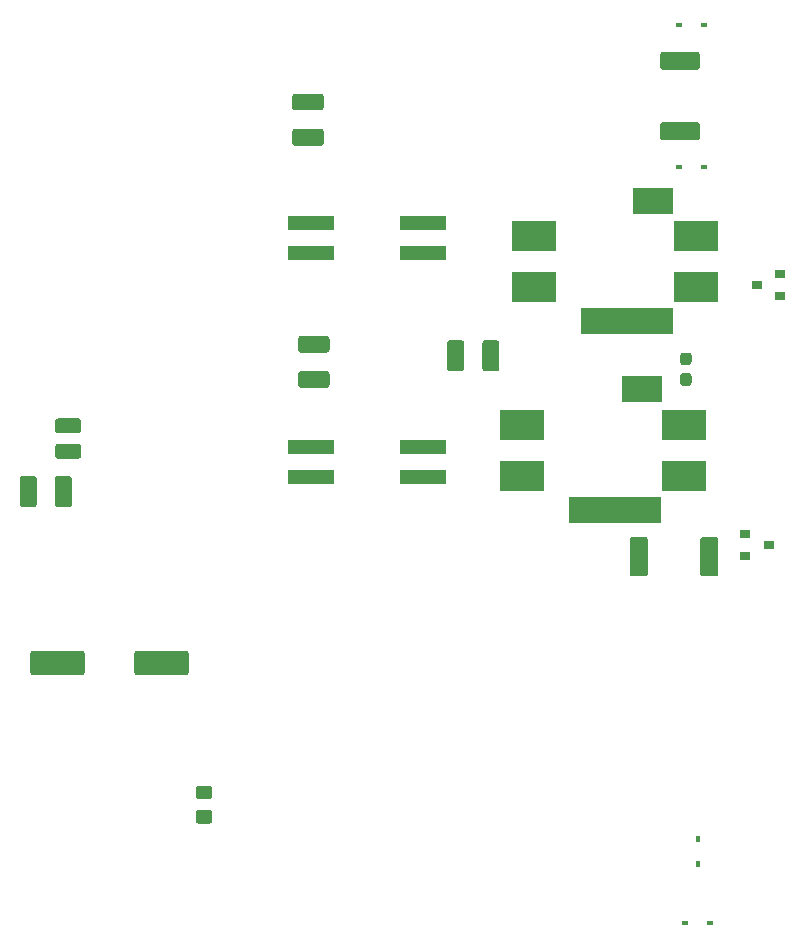
<source format=gtp>
G04 #@! TF.GenerationSoftware,KiCad,Pcbnew,(5.1.5-0)*
G04 #@! TF.CreationDate,2021-01-10T16:54:22-07:00*
G04 #@! TF.ProjectId,power_cui,706f7765-725f-4637-9569-2e6b69636164,rev?*
G04 #@! TF.SameCoordinates,Original*
G04 #@! TF.FileFunction,Paste,Top*
G04 #@! TF.FilePolarity,Positive*
%FSLAX46Y46*%
G04 Gerber Fmt 4.6, Leading zero omitted, Abs format (unit mm)*
G04 Created by KiCad (PCBNEW (5.1.5-0)) date 2021-01-10 16:54:22*
%MOMM*%
%LPD*%
G04 APERTURE LIST*
%ADD10C,0.100000*%
%ADD11R,0.900000X0.800000*%
%ADD12R,0.600000X0.450000*%
%ADD13R,0.450000X0.600000*%
%ADD14R,3.400000X2.300000*%
%ADD15R,7.900000X2.300000*%
%ADD16R,3.800000X2.500000*%
%ADD17R,4.000000X1.200000*%
G04 APERTURE END LIST*
D10*
G36*
X129974504Y-88676204D02*
G01*
X129998773Y-88679804D01*
X130022571Y-88685765D01*
X130045671Y-88694030D01*
X130067849Y-88704520D01*
X130088893Y-88717133D01*
X130108598Y-88731747D01*
X130126777Y-88748223D01*
X130143253Y-88766402D01*
X130157867Y-88786107D01*
X130170480Y-88807151D01*
X130180970Y-88829329D01*
X130189235Y-88852429D01*
X130195196Y-88876227D01*
X130198796Y-88900496D01*
X130200000Y-88925000D01*
X130200000Y-91075000D01*
X130198796Y-91099504D01*
X130195196Y-91123773D01*
X130189235Y-91147571D01*
X130180970Y-91170671D01*
X130170480Y-91192849D01*
X130157867Y-91213893D01*
X130143253Y-91233598D01*
X130126777Y-91251777D01*
X130108598Y-91268253D01*
X130088893Y-91282867D01*
X130067849Y-91295480D01*
X130045671Y-91305970D01*
X130022571Y-91314235D01*
X129998773Y-91320196D01*
X129974504Y-91323796D01*
X129950000Y-91325000D01*
X129025000Y-91325000D01*
X129000496Y-91323796D01*
X128976227Y-91320196D01*
X128952429Y-91314235D01*
X128929329Y-91305970D01*
X128907151Y-91295480D01*
X128886107Y-91282867D01*
X128866402Y-91268253D01*
X128848223Y-91251777D01*
X128831747Y-91233598D01*
X128817133Y-91213893D01*
X128804520Y-91192849D01*
X128794030Y-91170671D01*
X128785765Y-91147571D01*
X128779804Y-91123773D01*
X128776204Y-91099504D01*
X128775000Y-91075000D01*
X128775000Y-88925000D01*
X128776204Y-88900496D01*
X128779804Y-88876227D01*
X128785765Y-88852429D01*
X128794030Y-88829329D01*
X128804520Y-88807151D01*
X128817133Y-88786107D01*
X128831747Y-88766402D01*
X128848223Y-88748223D01*
X128866402Y-88731747D01*
X128886107Y-88717133D01*
X128907151Y-88704520D01*
X128929329Y-88694030D01*
X128952429Y-88685765D01*
X128976227Y-88679804D01*
X129000496Y-88676204D01*
X129025000Y-88675000D01*
X129950000Y-88675000D01*
X129974504Y-88676204D01*
G37*
G36*
X126999504Y-88676204D02*
G01*
X127023773Y-88679804D01*
X127047571Y-88685765D01*
X127070671Y-88694030D01*
X127092849Y-88704520D01*
X127113893Y-88717133D01*
X127133598Y-88731747D01*
X127151777Y-88748223D01*
X127168253Y-88766402D01*
X127182867Y-88786107D01*
X127195480Y-88807151D01*
X127205970Y-88829329D01*
X127214235Y-88852429D01*
X127220196Y-88876227D01*
X127223796Y-88900496D01*
X127225000Y-88925000D01*
X127225000Y-91075000D01*
X127223796Y-91099504D01*
X127220196Y-91123773D01*
X127214235Y-91147571D01*
X127205970Y-91170671D01*
X127195480Y-91192849D01*
X127182867Y-91213893D01*
X127168253Y-91233598D01*
X127151777Y-91251777D01*
X127133598Y-91268253D01*
X127113893Y-91282867D01*
X127092849Y-91295480D01*
X127070671Y-91305970D01*
X127047571Y-91314235D01*
X127023773Y-91320196D01*
X126999504Y-91323796D01*
X126975000Y-91325000D01*
X126050000Y-91325000D01*
X126025496Y-91323796D01*
X126001227Y-91320196D01*
X125977429Y-91314235D01*
X125954329Y-91305970D01*
X125932151Y-91295480D01*
X125911107Y-91282867D01*
X125891402Y-91268253D01*
X125873223Y-91251777D01*
X125856747Y-91233598D01*
X125842133Y-91213893D01*
X125829520Y-91192849D01*
X125819030Y-91170671D01*
X125810765Y-91147571D01*
X125804804Y-91123773D01*
X125801204Y-91099504D01*
X125800000Y-91075000D01*
X125800000Y-88925000D01*
X125801204Y-88900496D01*
X125804804Y-88876227D01*
X125810765Y-88852429D01*
X125819030Y-88829329D01*
X125829520Y-88807151D01*
X125842133Y-88786107D01*
X125856747Y-88766402D01*
X125873223Y-88748223D01*
X125891402Y-88731747D01*
X125911107Y-88717133D01*
X125932151Y-88704520D01*
X125954329Y-88694030D01*
X125977429Y-88685765D01*
X126001227Y-88679804D01*
X126025496Y-88676204D01*
X126050000Y-88675000D01*
X126975000Y-88675000D01*
X126999504Y-88676204D01*
G37*
G36*
X146949505Y-70226204D02*
G01*
X146973773Y-70229804D01*
X146997572Y-70235765D01*
X147020671Y-70244030D01*
X147042850Y-70254520D01*
X147063893Y-70267132D01*
X147083599Y-70281747D01*
X147101777Y-70298223D01*
X147118253Y-70316401D01*
X147132868Y-70336107D01*
X147145480Y-70357150D01*
X147155970Y-70379329D01*
X147164235Y-70402428D01*
X147170196Y-70426227D01*
X147173796Y-70450495D01*
X147175000Y-70474999D01*
X147175000Y-71500001D01*
X147173796Y-71524505D01*
X147170196Y-71548773D01*
X147164235Y-71572572D01*
X147155970Y-71595671D01*
X147145480Y-71617850D01*
X147132868Y-71638893D01*
X147118253Y-71658599D01*
X147101777Y-71676777D01*
X147083599Y-71693253D01*
X147063893Y-71707868D01*
X147042850Y-71720480D01*
X147020671Y-71730970D01*
X146997572Y-71739235D01*
X146973773Y-71745196D01*
X146949505Y-71748796D01*
X146925001Y-71750000D01*
X144074999Y-71750000D01*
X144050495Y-71748796D01*
X144026227Y-71745196D01*
X144002428Y-71739235D01*
X143979329Y-71730970D01*
X143957150Y-71720480D01*
X143936107Y-71707868D01*
X143916401Y-71693253D01*
X143898223Y-71676777D01*
X143881747Y-71658599D01*
X143867132Y-71638893D01*
X143854520Y-71617850D01*
X143844030Y-71595671D01*
X143835765Y-71572572D01*
X143829804Y-71548773D01*
X143826204Y-71524505D01*
X143825000Y-71500001D01*
X143825000Y-70474999D01*
X143826204Y-70450495D01*
X143829804Y-70426227D01*
X143835765Y-70402428D01*
X143844030Y-70379329D01*
X143854520Y-70357150D01*
X143867132Y-70336107D01*
X143881747Y-70316401D01*
X143898223Y-70298223D01*
X143916401Y-70281747D01*
X143936107Y-70267132D01*
X143957150Y-70254520D01*
X143979329Y-70244030D01*
X144002428Y-70235765D01*
X144026227Y-70229804D01*
X144050495Y-70226204D01*
X144074999Y-70225000D01*
X146925001Y-70225000D01*
X146949505Y-70226204D01*
G37*
G36*
X146949505Y-64251204D02*
G01*
X146973773Y-64254804D01*
X146997572Y-64260765D01*
X147020671Y-64269030D01*
X147042850Y-64279520D01*
X147063893Y-64292132D01*
X147083599Y-64306747D01*
X147101777Y-64323223D01*
X147118253Y-64341401D01*
X147132868Y-64361107D01*
X147145480Y-64382150D01*
X147155970Y-64404329D01*
X147164235Y-64427428D01*
X147170196Y-64451227D01*
X147173796Y-64475495D01*
X147175000Y-64499999D01*
X147175000Y-65525001D01*
X147173796Y-65549505D01*
X147170196Y-65573773D01*
X147164235Y-65597572D01*
X147155970Y-65620671D01*
X147145480Y-65642850D01*
X147132868Y-65663893D01*
X147118253Y-65683599D01*
X147101777Y-65701777D01*
X147083599Y-65718253D01*
X147063893Y-65732868D01*
X147042850Y-65745480D01*
X147020671Y-65755970D01*
X146997572Y-65764235D01*
X146973773Y-65770196D01*
X146949505Y-65773796D01*
X146925001Y-65775000D01*
X144074999Y-65775000D01*
X144050495Y-65773796D01*
X144026227Y-65770196D01*
X144002428Y-65764235D01*
X143979329Y-65755970D01*
X143957150Y-65745480D01*
X143936107Y-65732868D01*
X143916401Y-65718253D01*
X143898223Y-65701777D01*
X143881747Y-65683599D01*
X143867132Y-65663893D01*
X143854520Y-65642850D01*
X143844030Y-65620671D01*
X143835765Y-65597572D01*
X143829804Y-65573773D01*
X143826204Y-65549505D01*
X143825000Y-65525001D01*
X143825000Y-64499999D01*
X143826204Y-64475495D01*
X143829804Y-64451227D01*
X143835765Y-64427428D01*
X143844030Y-64404329D01*
X143854520Y-64382150D01*
X143867132Y-64361107D01*
X143881747Y-64341401D01*
X143898223Y-64323223D01*
X143916401Y-64306747D01*
X143936107Y-64292132D01*
X143957150Y-64279520D01*
X143979329Y-64269030D01*
X144002428Y-64260765D01*
X144026227Y-64254804D01*
X144050495Y-64251204D01*
X144074999Y-64250000D01*
X146925001Y-64250000D01*
X146949505Y-64251204D01*
G37*
G36*
X146260779Y-91476144D02*
G01*
X146283834Y-91479563D01*
X146306443Y-91485227D01*
X146328387Y-91493079D01*
X146349457Y-91503044D01*
X146369448Y-91515026D01*
X146388168Y-91528910D01*
X146405438Y-91544562D01*
X146421090Y-91561832D01*
X146434974Y-91580552D01*
X146446956Y-91600543D01*
X146456921Y-91621613D01*
X146464773Y-91643557D01*
X146470437Y-91666166D01*
X146473856Y-91689221D01*
X146475000Y-91712500D01*
X146475000Y-92287500D01*
X146473856Y-92310779D01*
X146470437Y-92333834D01*
X146464773Y-92356443D01*
X146456921Y-92378387D01*
X146446956Y-92399457D01*
X146434974Y-92419448D01*
X146421090Y-92438168D01*
X146405438Y-92455438D01*
X146388168Y-92471090D01*
X146369448Y-92484974D01*
X146349457Y-92496956D01*
X146328387Y-92506921D01*
X146306443Y-92514773D01*
X146283834Y-92520437D01*
X146260779Y-92523856D01*
X146237500Y-92525000D01*
X145762500Y-92525000D01*
X145739221Y-92523856D01*
X145716166Y-92520437D01*
X145693557Y-92514773D01*
X145671613Y-92506921D01*
X145650543Y-92496956D01*
X145630552Y-92484974D01*
X145611832Y-92471090D01*
X145594562Y-92455438D01*
X145578910Y-92438168D01*
X145565026Y-92419448D01*
X145553044Y-92399457D01*
X145543079Y-92378387D01*
X145535227Y-92356443D01*
X145529563Y-92333834D01*
X145526144Y-92310779D01*
X145525000Y-92287500D01*
X145525000Y-91712500D01*
X145526144Y-91689221D01*
X145529563Y-91666166D01*
X145535227Y-91643557D01*
X145543079Y-91621613D01*
X145553044Y-91600543D01*
X145565026Y-91580552D01*
X145578910Y-91561832D01*
X145594562Y-91544562D01*
X145611832Y-91528910D01*
X145630552Y-91515026D01*
X145650543Y-91503044D01*
X145671613Y-91493079D01*
X145693557Y-91485227D01*
X145716166Y-91479563D01*
X145739221Y-91476144D01*
X145762500Y-91475000D01*
X146237500Y-91475000D01*
X146260779Y-91476144D01*
G37*
G36*
X146260779Y-89726144D02*
G01*
X146283834Y-89729563D01*
X146306443Y-89735227D01*
X146328387Y-89743079D01*
X146349457Y-89753044D01*
X146369448Y-89765026D01*
X146388168Y-89778910D01*
X146405438Y-89794562D01*
X146421090Y-89811832D01*
X146434974Y-89830552D01*
X146446956Y-89850543D01*
X146456921Y-89871613D01*
X146464773Y-89893557D01*
X146470437Y-89916166D01*
X146473856Y-89939221D01*
X146475000Y-89962500D01*
X146475000Y-90537500D01*
X146473856Y-90560779D01*
X146470437Y-90583834D01*
X146464773Y-90606443D01*
X146456921Y-90628387D01*
X146446956Y-90649457D01*
X146434974Y-90669448D01*
X146421090Y-90688168D01*
X146405438Y-90705438D01*
X146388168Y-90721090D01*
X146369448Y-90734974D01*
X146349457Y-90746956D01*
X146328387Y-90756921D01*
X146306443Y-90764773D01*
X146283834Y-90770437D01*
X146260779Y-90773856D01*
X146237500Y-90775000D01*
X145762500Y-90775000D01*
X145739221Y-90773856D01*
X145716166Y-90770437D01*
X145693557Y-90764773D01*
X145671613Y-90756921D01*
X145650543Y-90746956D01*
X145630552Y-90734974D01*
X145611832Y-90721090D01*
X145594562Y-90705438D01*
X145578910Y-90688168D01*
X145565026Y-90669448D01*
X145553044Y-90649457D01*
X145543079Y-90628387D01*
X145535227Y-90606443D01*
X145529563Y-90583834D01*
X145526144Y-90560779D01*
X145525000Y-90537500D01*
X145525000Y-89962500D01*
X145526144Y-89939221D01*
X145529563Y-89916166D01*
X145535227Y-89893557D01*
X145543079Y-89871613D01*
X145553044Y-89850543D01*
X145565026Y-89830552D01*
X145578910Y-89811832D01*
X145594562Y-89794562D01*
X145611832Y-89778910D01*
X145630552Y-89765026D01*
X145650543Y-89753044D01*
X145671613Y-89743079D01*
X145693557Y-89735227D01*
X145716166Y-89729563D01*
X145739221Y-89726144D01*
X145762500Y-89725000D01*
X146237500Y-89725000D01*
X146260779Y-89726144D01*
G37*
D11*
X152000000Y-84000000D03*
X154000000Y-83050000D03*
X154000000Y-84950000D03*
X153000000Y-106000000D03*
X151000000Y-106950000D03*
X151000000Y-105050000D03*
D12*
X147550000Y-74000000D03*
X145450000Y-74000000D03*
D13*
X147000000Y-130950000D03*
X147000000Y-133050000D03*
D10*
G36*
X142549505Y-105326204D02*
G01*
X142573773Y-105329804D01*
X142597572Y-105335765D01*
X142620671Y-105344030D01*
X142642850Y-105354520D01*
X142663893Y-105367132D01*
X142683599Y-105381747D01*
X142701777Y-105398223D01*
X142718253Y-105416401D01*
X142732868Y-105436107D01*
X142745480Y-105457150D01*
X142755970Y-105479329D01*
X142764235Y-105502428D01*
X142770196Y-105526227D01*
X142773796Y-105550495D01*
X142775000Y-105574999D01*
X142775000Y-108425001D01*
X142773796Y-108449505D01*
X142770196Y-108473773D01*
X142764235Y-108497572D01*
X142755970Y-108520671D01*
X142745480Y-108542850D01*
X142732868Y-108563893D01*
X142718253Y-108583599D01*
X142701777Y-108601777D01*
X142683599Y-108618253D01*
X142663893Y-108632868D01*
X142642850Y-108645480D01*
X142620671Y-108655970D01*
X142597572Y-108664235D01*
X142573773Y-108670196D01*
X142549505Y-108673796D01*
X142525001Y-108675000D01*
X141499999Y-108675000D01*
X141475495Y-108673796D01*
X141451227Y-108670196D01*
X141427428Y-108664235D01*
X141404329Y-108655970D01*
X141382150Y-108645480D01*
X141361107Y-108632868D01*
X141341401Y-108618253D01*
X141323223Y-108601777D01*
X141306747Y-108583599D01*
X141292132Y-108563893D01*
X141279520Y-108542850D01*
X141269030Y-108520671D01*
X141260765Y-108497572D01*
X141254804Y-108473773D01*
X141251204Y-108449505D01*
X141250000Y-108425001D01*
X141250000Y-105574999D01*
X141251204Y-105550495D01*
X141254804Y-105526227D01*
X141260765Y-105502428D01*
X141269030Y-105479329D01*
X141279520Y-105457150D01*
X141292132Y-105436107D01*
X141306747Y-105416401D01*
X141323223Y-105398223D01*
X141341401Y-105381747D01*
X141361107Y-105367132D01*
X141382150Y-105354520D01*
X141404329Y-105344030D01*
X141427428Y-105335765D01*
X141451227Y-105329804D01*
X141475495Y-105326204D01*
X141499999Y-105325000D01*
X142525001Y-105325000D01*
X142549505Y-105326204D01*
G37*
G36*
X148524505Y-105326204D02*
G01*
X148548773Y-105329804D01*
X148572572Y-105335765D01*
X148595671Y-105344030D01*
X148617850Y-105354520D01*
X148638893Y-105367132D01*
X148658599Y-105381747D01*
X148676777Y-105398223D01*
X148693253Y-105416401D01*
X148707868Y-105436107D01*
X148720480Y-105457150D01*
X148730970Y-105479329D01*
X148739235Y-105502428D01*
X148745196Y-105526227D01*
X148748796Y-105550495D01*
X148750000Y-105574999D01*
X148750000Y-108425001D01*
X148748796Y-108449505D01*
X148745196Y-108473773D01*
X148739235Y-108497572D01*
X148730970Y-108520671D01*
X148720480Y-108542850D01*
X148707868Y-108563893D01*
X148693253Y-108583599D01*
X148676777Y-108601777D01*
X148658599Y-108618253D01*
X148638893Y-108632868D01*
X148617850Y-108645480D01*
X148595671Y-108655970D01*
X148572572Y-108664235D01*
X148548773Y-108670196D01*
X148524505Y-108673796D01*
X148500001Y-108675000D01*
X147474999Y-108675000D01*
X147450495Y-108673796D01*
X147426227Y-108670196D01*
X147402428Y-108664235D01*
X147379329Y-108655970D01*
X147357150Y-108645480D01*
X147336107Y-108632868D01*
X147316401Y-108618253D01*
X147298223Y-108601777D01*
X147281747Y-108583599D01*
X147267132Y-108563893D01*
X147254520Y-108542850D01*
X147244030Y-108520671D01*
X147235765Y-108497572D01*
X147229804Y-108473773D01*
X147226204Y-108449505D01*
X147225000Y-108425001D01*
X147225000Y-105574999D01*
X147226204Y-105550495D01*
X147229804Y-105526227D01*
X147235765Y-105502428D01*
X147244030Y-105479329D01*
X147254520Y-105457150D01*
X147267132Y-105436107D01*
X147281747Y-105416401D01*
X147298223Y-105398223D01*
X147316401Y-105381747D01*
X147336107Y-105367132D01*
X147357150Y-105354520D01*
X147379329Y-105344030D01*
X147402428Y-105335765D01*
X147426227Y-105329804D01*
X147450495Y-105326204D01*
X147474999Y-105325000D01*
X148500001Y-105325000D01*
X148524505Y-105326204D01*
G37*
D12*
X147550000Y-62000000D03*
X145450000Y-62000000D03*
X145950000Y-138000000D03*
X148050000Y-138000000D03*
D10*
G36*
X94574504Y-97451204D02*
G01*
X94598773Y-97454804D01*
X94622571Y-97460765D01*
X94645671Y-97469030D01*
X94667849Y-97479520D01*
X94688893Y-97492133D01*
X94708598Y-97506747D01*
X94726777Y-97523223D01*
X94743253Y-97541402D01*
X94757867Y-97561107D01*
X94770480Y-97582151D01*
X94780970Y-97604329D01*
X94789235Y-97627429D01*
X94795196Y-97651227D01*
X94798796Y-97675496D01*
X94800000Y-97700000D01*
X94800000Y-98450000D01*
X94798796Y-98474504D01*
X94795196Y-98498773D01*
X94789235Y-98522571D01*
X94780970Y-98545671D01*
X94770480Y-98567849D01*
X94757867Y-98588893D01*
X94743253Y-98608598D01*
X94726777Y-98626777D01*
X94708598Y-98643253D01*
X94688893Y-98657867D01*
X94667849Y-98670480D01*
X94645671Y-98680970D01*
X94622571Y-98689235D01*
X94598773Y-98695196D01*
X94574504Y-98698796D01*
X94550000Y-98700000D01*
X92850000Y-98700000D01*
X92825496Y-98698796D01*
X92801227Y-98695196D01*
X92777429Y-98689235D01*
X92754329Y-98680970D01*
X92732151Y-98670480D01*
X92711107Y-98657867D01*
X92691402Y-98643253D01*
X92673223Y-98626777D01*
X92656747Y-98608598D01*
X92642133Y-98588893D01*
X92629520Y-98567849D01*
X92619030Y-98545671D01*
X92610765Y-98522571D01*
X92604804Y-98498773D01*
X92601204Y-98474504D01*
X92600000Y-98450000D01*
X92600000Y-97700000D01*
X92601204Y-97675496D01*
X92604804Y-97651227D01*
X92610765Y-97627429D01*
X92619030Y-97604329D01*
X92629520Y-97582151D01*
X92642133Y-97561107D01*
X92656747Y-97541402D01*
X92673223Y-97523223D01*
X92691402Y-97506747D01*
X92711107Y-97492133D01*
X92732151Y-97479520D01*
X92754329Y-97469030D01*
X92777429Y-97460765D01*
X92801227Y-97454804D01*
X92825496Y-97451204D01*
X92850000Y-97450000D01*
X94550000Y-97450000D01*
X94574504Y-97451204D01*
G37*
G36*
X94574504Y-95301204D02*
G01*
X94598773Y-95304804D01*
X94622571Y-95310765D01*
X94645671Y-95319030D01*
X94667849Y-95329520D01*
X94688893Y-95342133D01*
X94708598Y-95356747D01*
X94726777Y-95373223D01*
X94743253Y-95391402D01*
X94757867Y-95411107D01*
X94770480Y-95432151D01*
X94780970Y-95454329D01*
X94789235Y-95477429D01*
X94795196Y-95501227D01*
X94798796Y-95525496D01*
X94800000Y-95550000D01*
X94800000Y-96300000D01*
X94798796Y-96324504D01*
X94795196Y-96348773D01*
X94789235Y-96372571D01*
X94780970Y-96395671D01*
X94770480Y-96417849D01*
X94757867Y-96438893D01*
X94743253Y-96458598D01*
X94726777Y-96476777D01*
X94708598Y-96493253D01*
X94688893Y-96507867D01*
X94667849Y-96520480D01*
X94645671Y-96530970D01*
X94622571Y-96539235D01*
X94598773Y-96545196D01*
X94574504Y-96548796D01*
X94550000Y-96550000D01*
X92850000Y-96550000D01*
X92825496Y-96548796D01*
X92801227Y-96545196D01*
X92777429Y-96539235D01*
X92754329Y-96530970D01*
X92732151Y-96520480D01*
X92711107Y-96507867D01*
X92691402Y-96493253D01*
X92673223Y-96476777D01*
X92656747Y-96458598D01*
X92642133Y-96438893D01*
X92629520Y-96417849D01*
X92619030Y-96395671D01*
X92610765Y-96372571D01*
X92604804Y-96348773D01*
X92601204Y-96324504D01*
X92600000Y-96300000D01*
X92600000Y-95550000D01*
X92601204Y-95525496D01*
X92604804Y-95501227D01*
X92610765Y-95477429D01*
X92619030Y-95454329D01*
X92629520Y-95432151D01*
X92642133Y-95411107D01*
X92656747Y-95391402D01*
X92673223Y-95373223D01*
X92691402Y-95356747D01*
X92711107Y-95342133D01*
X92732151Y-95329520D01*
X92754329Y-95319030D01*
X92777429Y-95310765D01*
X92801227Y-95304804D01*
X92825496Y-95301204D01*
X92850000Y-95300000D01*
X94550000Y-95300000D01*
X94574504Y-95301204D01*
G37*
G36*
X105674505Y-128451204D02*
G01*
X105698773Y-128454804D01*
X105722572Y-128460765D01*
X105745671Y-128469030D01*
X105767850Y-128479520D01*
X105788893Y-128492132D01*
X105808599Y-128506747D01*
X105826777Y-128523223D01*
X105843253Y-128541401D01*
X105857868Y-128561107D01*
X105870480Y-128582150D01*
X105880970Y-128604329D01*
X105889235Y-128627428D01*
X105895196Y-128651227D01*
X105898796Y-128675495D01*
X105900000Y-128699999D01*
X105900000Y-129350001D01*
X105898796Y-129374505D01*
X105895196Y-129398773D01*
X105889235Y-129422572D01*
X105880970Y-129445671D01*
X105870480Y-129467850D01*
X105857868Y-129488893D01*
X105843253Y-129508599D01*
X105826777Y-129526777D01*
X105808599Y-129543253D01*
X105788893Y-129557868D01*
X105767850Y-129570480D01*
X105745671Y-129580970D01*
X105722572Y-129589235D01*
X105698773Y-129595196D01*
X105674505Y-129598796D01*
X105650001Y-129600000D01*
X104749999Y-129600000D01*
X104725495Y-129598796D01*
X104701227Y-129595196D01*
X104677428Y-129589235D01*
X104654329Y-129580970D01*
X104632150Y-129570480D01*
X104611107Y-129557868D01*
X104591401Y-129543253D01*
X104573223Y-129526777D01*
X104556747Y-129508599D01*
X104542132Y-129488893D01*
X104529520Y-129467850D01*
X104519030Y-129445671D01*
X104510765Y-129422572D01*
X104504804Y-129398773D01*
X104501204Y-129374505D01*
X104500000Y-129350001D01*
X104500000Y-128699999D01*
X104501204Y-128675495D01*
X104504804Y-128651227D01*
X104510765Y-128627428D01*
X104519030Y-128604329D01*
X104529520Y-128582150D01*
X104542132Y-128561107D01*
X104556747Y-128541401D01*
X104573223Y-128523223D01*
X104591401Y-128506747D01*
X104611107Y-128492132D01*
X104632150Y-128479520D01*
X104654329Y-128469030D01*
X104677428Y-128460765D01*
X104701227Y-128454804D01*
X104725495Y-128451204D01*
X104749999Y-128450000D01*
X105650001Y-128450000D01*
X105674505Y-128451204D01*
G37*
G36*
X105674505Y-126401204D02*
G01*
X105698773Y-126404804D01*
X105722572Y-126410765D01*
X105745671Y-126419030D01*
X105767850Y-126429520D01*
X105788893Y-126442132D01*
X105808599Y-126456747D01*
X105826777Y-126473223D01*
X105843253Y-126491401D01*
X105857868Y-126511107D01*
X105870480Y-126532150D01*
X105880970Y-126554329D01*
X105889235Y-126577428D01*
X105895196Y-126601227D01*
X105898796Y-126625495D01*
X105900000Y-126649999D01*
X105900000Y-127300001D01*
X105898796Y-127324505D01*
X105895196Y-127348773D01*
X105889235Y-127372572D01*
X105880970Y-127395671D01*
X105870480Y-127417850D01*
X105857868Y-127438893D01*
X105843253Y-127458599D01*
X105826777Y-127476777D01*
X105808599Y-127493253D01*
X105788893Y-127507868D01*
X105767850Y-127520480D01*
X105745671Y-127530970D01*
X105722572Y-127539235D01*
X105698773Y-127545196D01*
X105674505Y-127548796D01*
X105650001Y-127550000D01*
X104749999Y-127550000D01*
X104725495Y-127548796D01*
X104701227Y-127545196D01*
X104677428Y-127539235D01*
X104654329Y-127530970D01*
X104632150Y-127520480D01*
X104611107Y-127507868D01*
X104591401Y-127493253D01*
X104573223Y-127476777D01*
X104556747Y-127458599D01*
X104542132Y-127438893D01*
X104529520Y-127417850D01*
X104519030Y-127395671D01*
X104510765Y-127372572D01*
X104504804Y-127348773D01*
X104501204Y-127324505D01*
X104500000Y-127300001D01*
X104500000Y-126649999D01*
X104501204Y-126625495D01*
X104504804Y-126601227D01*
X104510765Y-126577428D01*
X104519030Y-126554329D01*
X104529520Y-126532150D01*
X104542132Y-126511107D01*
X104556747Y-126491401D01*
X104573223Y-126473223D01*
X104591401Y-126456747D01*
X104611107Y-126442132D01*
X104632150Y-126429520D01*
X104654329Y-126419030D01*
X104677428Y-126410765D01*
X104701227Y-126404804D01*
X104725495Y-126401204D01*
X104749999Y-126400000D01*
X105650001Y-126400000D01*
X105674505Y-126401204D01*
G37*
G36*
X94874504Y-114951204D02*
G01*
X94898773Y-114954804D01*
X94922571Y-114960765D01*
X94945671Y-114969030D01*
X94967849Y-114979520D01*
X94988893Y-114992133D01*
X95008598Y-115006747D01*
X95026777Y-115023223D01*
X95043253Y-115041402D01*
X95057867Y-115061107D01*
X95070480Y-115082151D01*
X95080970Y-115104329D01*
X95089235Y-115127429D01*
X95095196Y-115151227D01*
X95098796Y-115175496D01*
X95100000Y-115200000D01*
X95100000Y-116800000D01*
X95098796Y-116824504D01*
X95095196Y-116848773D01*
X95089235Y-116872571D01*
X95080970Y-116895671D01*
X95070480Y-116917849D01*
X95057867Y-116938893D01*
X95043253Y-116958598D01*
X95026777Y-116976777D01*
X95008598Y-116993253D01*
X94988893Y-117007867D01*
X94967849Y-117020480D01*
X94945671Y-117030970D01*
X94922571Y-117039235D01*
X94898773Y-117045196D01*
X94874504Y-117048796D01*
X94850000Y-117050000D01*
X90750000Y-117050000D01*
X90725496Y-117048796D01*
X90701227Y-117045196D01*
X90677429Y-117039235D01*
X90654329Y-117030970D01*
X90632151Y-117020480D01*
X90611107Y-117007867D01*
X90591402Y-116993253D01*
X90573223Y-116976777D01*
X90556747Y-116958598D01*
X90542133Y-116938893D01*
X90529520Y-116917849D01*
X90519030Y-116895671D01*
X90510765Y-116872571D01*
X90504804Y-116848773D01*
X90501204Y-116824504D01*
X90500000Y-116800000D01*
X90500000Y-115200000D01*
X90501204Y-115175496D01*
X90504804Y-115151227D01*
X90510765Y-115127429D01*
X90519030Y-115104329D01*
X90529520Y-115082151D01*
X90542133Y-115061107D01*
X90556747Y-115041402D01*
X90573223Y-115023223D01*
X90591402Y-115006747D01*
X90611107Y-114992133D01*
X90632151Y-114979520D01*
X90654329Y-114969030D01*
X90677429Y-114960765D01*
X90701227Y-114954804D01*
X90725496Y-114951204D01*
X90750000Y-114950000D01*
X94850000Y-114950000D01*
X94874504Y-114951204D01*
G37*
G36*
X103674504Y-114951204D02*
G01*
X103698773Y-114954804D01*
X103722571Y-114960765D01*
X103745671Y-114969030D01*
X103767849Y-114979520D01*
X103788893Y-114992133D01*
X103808598Y-115006747D01*
X103826777Y-115023223D01*
X103843253Y-115041402D01*
X103857867Y-115061107D01*
X103870480Y-115082151D01*
X103880970Y-115104329D01*
X103889235Y-115127429D01*
X103895196Y-115151227D01*
X103898796Y-115175496D01*
X103900000Y-115200000D01*
X103900000Y-116800000D01*
X103898796Y-116824504D01*
X103895196Y-116848773D01*
X103889235Y-116872571D01*
X103880970Y-116895671D01*
X103870480Y-116917849D01*
X103857867Y-116938893D01*
X103843253Y-116958598D01*
X103826777Y-116976777D01*
X103808598Y-116993253D01*
X103788893Y-117007867D01*
X103767849Y-117020480D01*
X103745671Y-117030970D01*
X103722571Y-117039235D01*
X103698773Y-117045196D01*
X103674504Y-117048796D01*
X103650000Y-117050000D01*
X99550000Y-117050000D01*
X99525496Y-117048796D01*
X99501227Y-117045196D01*
X99477429Y-117039235D01*
X99454329Y-117030970D01*
X99432151Y-117020480D01*
X99411107Y-117007867D01*
X99391402Y-116993253D01*
X99373223Y-116976777D01*
X99356747Y-116958598D01*
X99342133Y-116938893D01*
X99329520Y-116917849D01*
X99319030Y-116895671D01*
X99310765Y-116872571D01*
X99304804Y-116848773D01*
X99301204Y-116824504D01*
X99300000Y-116800000D01*
X99300000Y-115200000D01*
X99301204Y-115175496D01*
X99304804Y-115151227D01*
X99310765Y-115127429D01*
X99319030Y-115104329D01*
X99329520Y-115082151D01*
X99342133Y-115061107D01*
X99356747Y-115041402D01*
X99373223Y-115023223D01*
X99391402Y-115006747D01*
X99411107Y-114992133D01*
X99432151Y-114979520D01*
X99454329Y-114969030D01*
X99477429Y-114960765D01*
X99501227Y-114954804D01*
X99525496Y-114951204D01*
X99550000Y-114950000D01*
X103650000Y-114950000D01*
X103674504Y-114951204D01*
G37*
G36*
X115099504Y-70776204D02*
G01*
X115123773Y-70779804D01*
X115147571Y-70785765D01*
X115170671Y-70794030D01*
X115192849Y-70804520D01*
X115213893Y-70817133D01*
X115233598Y-70831747D01*
X115251777Y-70848223D01*
X115268253Y-70866402D01*
X115282867Y-70886107D01*
X115295480Y-70907151D01*
X115305970Y-70929329D01*
X115314235Y-70952429D01*
X115320196Y-70976227D01*
X115323796Y-71000496D01*
X115325000Y-71025000D01*
X115325000Y-71950000D01*
X115323796Y-71974504D01*
X115320196Y-71998773D01*
X115314235Y-72022571D01*
X115305970Y-72045671D01*
X115295480Y-72067849D01*
X115282867Y-72088893D01*
X115268253Y-72108598D01*
X115251777Y-72126777D01*
X115233598Y-72143253D01*
X115213893Y-72157867D01*
X115192849Y-72170480D01*
X115170671Y-72180970D01*
X115147571Y-72189235D01*
X115123773Y-72195196D01*
X115099504Y-72198796D01*
X115075000Y-72200000D01*
X112925000Y-72200000D01*
X112900496Y-72198796D01*
X112876227Y-72195196D01*
X112852429Y-72189235D01*
X112829329Y-72180970D01*
X112807151Y-72170480D01*
X112786107Y-72157867D01*
X112766402Y-72143253D01*
X112748223Y-72126777D01*
X112731747Y-72108598D01*
X112717133Y-72088893D01*
X112704520Y-72067849D01*
X112694030Y-72045671D01*
X112685765Y-72022571D01*
X112679804Y-71998773D01*
X112676204Y-71974504D01*
X112675000Y-71950000D01*
X112675000Y-71025000D01*
X112676204Y-71000496D01*
X112679804Y-70976227D01*
X112685765Y-70952429D01*
X112694030Y-70929329D01*
X112704520Y-70907151D01*
X112717133Y-70886107D01*
X112731747Y-70866402D01*
X112748223Y-70848223D01*
X112766402Y-70831747D01*
X112786107Y-70817133D01*
X112807151Y-70804520D01*
X112829329Y-70794030D01*
X112852429Y-70785765D01*
X112876227Y-70779804D01*
X112900496Y-70776204D01*
X112925000Y-70775000D01*
X115075000Y-70775000D01*
X115099504Y-70776204D01*
G37*
G36*
X115099504Y-67801204D02*
G01*
X115123773Y-67804804D01*
X115147571Y-67810765D01*
X115170671Y-67819030D01*
X115192849Y-67829520D01*
X115213893Y-67842133D01*
X115233598Y-67856747D01*
X115251777Y-67873223D01*
X115268253Y-67891402D01*
X115282867Y-67911107D01*
X115295480Y-67932151D01*
X115305970Y-67954329D01*
X115314235Y-67977429D01*
X115320196Y-68001227D01*
X115323796Y-68025496D01*
X115325000Y-68050000D01*
X115325000Y-68975000D01*
X115323796Y-68999504D01*
X115320196Y-69023773D01*
X115314235Y-69047571D01*
X115305970Y-69070671D01*
X115295480Y-69092849D01*
X115282867Y-69113893D01*
X115268253Y-69133598D01*
X115251777Y-69151777D01*
X115233598Y-69168253D01*
X115213893Y-69182867D01*
X115192849Y-69195480D01*
X115170671Y-69205970D01*
X115147571Y-69214235D01*
X115123773Y-69220196D01*
X115099504Y-69223796D01*
X115075000Y-69225000D01*
X112925000Y-69225000D01*
X112900496Y-69223796D01*
X112876227Y-69220196D01*
X112852429Y-69214235D01*
X112829329Y-69205970D01*
X112807151Y-69195480D01*
X112786107Y-69182867D01*
X112766402Y-69168253D01*
X112748223Y-69151777D01*
X112731747Y-69133598D01*
X112717133Y-69113893D01*
X112704520Y-69092849D01*
X112694030Y-69070671D01*
X112685765Y-69047571D01*
X112679804Y-69023773D01*
X112676204Y-68999504D01*
X112675000Y-68975000D01*
X112675000Y-68050000D01*
X112676204Y-68025496D01*
X112679804Y-68001227D01*
X112685765Y-67977429D01*
X112694030Y-67954329D01*
X112704520Y-67932151D01*
X112717133Y-67911107D01*
X112731747Y-67891402D01*
X112748223Y-67873223D01*
X112766402Y-67856747D01*
X112786107Y-67842133D01*
X112807151Y-67829520D01*
X112829329Y-67819030D01*
X112852429Y-67810765D01*
X112876227Y-67804804D01*
X112900496Y-67801204D01*
X112925000Y-67800000D01*
X115075000Y-67800000D01*
X115099504Y-67801204D01*
G37*
G36*
X115599504Y-88301204D02*
G01*
X115623773Y-88304804D01*
X115647571Y-88310765D01*
X115670671Y-88319030D01*
X115692849Y-88329520D01*
X115713893Y-88342133D01*
X115733598Y-88356747D01*
X115751777Y-88373223D01*
X115768253Y-88391402D01*
X115782867Y-88411107D01*
X115795480Y-88432151D01*
X115805970Y-88454329D01*
X115814235Y-88477429D01*
X115820196Y-88501227D01*
X115823796Y-88525496D01*
X115825000Y-88550000D01*
X115825000Y-89475000D01*
X115823796Y-89499504D01*
X115820196Y-89523773D01*
X115814235Y-89547571D01*
X115805970Y-89570671D01*
X115795480Y-89592849D01*
X115782867Y-89613893D01*
X115768253Y-89633598D01*
X115751777Y-89651777D01*
X115733598Y-89668253D01*
X115713893Y-89682867D01*
X115692849Y-89695480D01*
X115670671Y-89705970D01*
X115647571Y-89714235D01*
X115623773Y-89720196D01*
X115599504Y-89723796D01*
X115575000Y-89725000D01*
X113425000Y-89725000D01*
X113400496Y-89723796D01*
X113376227Y-89720196D01*
X113352429Y-89714235D01*
X113329329Y-89705970D01*
X113307151Y-89695480D01*
X113286107Y-89682867D01*
X113266402Y-89668253D01*
X113248223Y-89651777D01*
X113231747Y-89633598D01*
X113217133Y-89613893D01*
X113204520Y-89592849D01*
X113194030Y-89570671D01*
X113185765Y-89547571D01*
X113179804Y-89523773D01*
X113176204Y-89499504D01*
X113175000Y-89475000D01*
X113175000Y-88550000D01*
X113176204Y-88525496D01*
X113179804Y-88501227D01*
X113185765Y-88477429D01*
X113194030Y-88454329D01*
X113204520Y-88432151D01*
X113217133Y-88411107D01*
X113231747Y-88391402D01*
X113248223Y-88373223D01*
X113266402Y-88356747D01*
X113286107Y-88342133D01*
X113307151Y-88329520D01*
X113329329Y-88319030D01*
X113352429Y-88310765D01*
X113376227Y-88304804D01*
X113400496Y-88301204D01*
X113425000Y-88300000D01*
X115575000Y-88300000D01*
X115599504Y-88301204D01*
G37*
G36*
X115599504Y-91276204D02*
G01*
X115623773Y-91279804D01*
X115647571Y-91285765D01*
X115670671Y-91294030D01*
X115692849Y-91304520D01*
X115713893Y-91317133D01*
X115733598Y-91331747D01*
X115751777Y-91348223D01*
X115768253Y-91366402D01*
X115782867Y-91386107D01*
X115795480Y-91407151D01*
X115805970Y-91429329D01*
X115814235Y-91452429D01*
X115820196Y-91476227D01*
X115823796Y-91500496D01*
X115825000Y-91525000D01*
X115825000Y-92450000D01*
X115823796Y-92474504D01*
X115820196Y-92498773D01*
X115814235Y-92522571D01*
X115805970Y-92545671D01*
X115795480Y-92567849D01*
X115782867Y-92588893D01*
X115768253Y-92608598D01*
X115751777Y-92626777D01*
X115733598Y-92643253D01*
X115713893Y-92657867D01*
X115692849Y-92670480D01*
X115670671Y-92680970D01*
X115647571Y-92689235D01*
X115623773Y-92695196D01*
X115599504Y-92698796D01*
X115575000Y-92700000D01*
X113425000Y-92700000D01*
X113400496Y-92698796D01*
X113376227Y-92695196D01*
X113352429Y-92689235D01*
X113329329Y-92680970D01*
X113307151Y-92670480D01*
X113286107Y-92657867D01*
X113266402Y-92643253D01*
X113248223Y-92626777D01*
X113231747Y-92608598D01*
X113217133Y-92588893D01*
X113204520Y-92567849D01*
X113194030Y-92545671D01*
X113185765Y-92522571D01*
X113179804Y-92498773D01*
X113176204Y-92474504D01*
X113175000Y-92450000D01*
X113175000Y-91525000D01*
X113176204Y-91500496D01*
X113179804Y-91476227D01*
X113185765Y-91452429D01*
X113194030Y-91429329D01*
X113204520Y-91407151D01*
X113217133Y-91386107D01*
X113231747Y-91366402D01*
X113248223Y-91348223D01*
X113266402Y-91331747D01*
X113286107Y-91317133D01*
X113307151Y-91304520D01*
X113329329Y-91294030D01*
X113352429Y-91285765D01*
X113376227Y-91279804D01*
X113400496Y-91276204D01*
X113425000Y-91275000D01*
X115575000Y-91275000D01*
X115599504Y-91276204D01*
G37*
G36*
X90799504Y-100176204D02*
G01*
X90823773Y-100179804D01*
X90847571Y-100185765D01*
X90870671Y-100194030D01*
X90892849Y-100204520D01*
X90913893Y-100217133D01*
X90933598Y-100231747D01*
X90951777Y-100248223D01*
X90968253Y-100266402D01*
X90982867Y-100286107D01*
X90995480Y-100307151D01*
X91005970Y-100329329D01*
X91014235Y-100352429D01*
X91020196Y-100376227D01*
X91023796Y-100400496D01*
X91025000Y-100425000D01*
X91025000Y-102575000D01*
X91023796Y-102599504D01*
X91020196Y-102623773D01*
X91014235Y-102647571D01*
X91005970Y-102670671D01*
X90995480Y-102692849D01*
X90982867Y-102713893D01*
X90968253Y-102733598D01*
X90951777Y-102751777D01*
X90933598Y-102768253D01*
X90913893Y-102782867D01*
X90892849Y-102795480D01*
X90870671Y-102805970D01*
X90847571Y-102814235D01*
X90823773Y-102820196D01*
X90799504Y-102823796D01*
X90775000Y-102825000D01*
X89850000Y-102825000D01*
X89825496Y-102823796D01*
X89801227Y-102820196D01*
X89777429Y-102814235D01*
X89754329Y-102805970D01*
X89732151Y-102795480D01*
X89711107Y-102782867D01*
X89691402Y-102768253D01*
X89673223Y-102751777D01*
X89656747Y-102733598D01*
X89642133Y-102713893D01*
X89629520Y-102692849D01*
X89619030Y-102670671D01*
X89610765Y-102647571D01*
X89604804Y-102623773D01*
X89601204Y-102599504D01*
X89600000Y-102575000D01*
X89600000Y-100425000D01*
X89601204Y-100400496D01*
X89604804Y-100376227D01*
X89610765Y-100352429D01*
X89619030Y-100329329D01*
X89629520Y-100307151D01*
X89642133Y-100286107D01*
X89656747Y-100266402D01*
X89673223Y-100248223D01*
X89691402Y-100231747D01*
X89711107Y-100217133D01*
X89732151Y-100204520D01*
X89754329Y-100194030D01*
X89777429Y-100185765D01*
X89801227Y-100179804D01*
X89825496Y-100176204D01*
X89850000Y-100175000D01*
X90775000Y-100175000D01*
X90799504Y-100176204D01*
G37*
G36*
X93774504Y-100176204D02*
G01*
X93798773Y-100179804D01*
X93822571Y-100185765D01*
X93845671Y-100194030D01*
X93867849Y-100204520D01*
X93888893Y-100217133D01*
X93908598Y-100231747D01*
X93926777Y-100248223D01*
X93943253Y-100266402D01*
X93957867Y-100286107D01*
X93970480Y-100307151D01*
X93980970Y-100329329D01*
X93989235Y-100352429D01*
X93995196Y-100376227D01*
X93998796Y-100400496D01*
X94000000Y-100425000D01*
X94000000Y-102575000D01*
X93998796Y-102599504D01*
X93995196Y-102623773D01*
X93989235Y-102647571D01*
X93980970Y-102670671D01*
X93970480Y-102692849D01*
X93957867Y-102713893D01*
X93943253Y-102733598D01*
X93926777Y-102751777D01*
X93908598Y-102768253D01*
X93888893Y-102782867D01*
X93867849Y-102795480D01*
X93845671Y-102805970D01*
X93822571Y-102814235D01*
X93798773Y-102820196D01*
X93774504Y-102823796D01*
X93750000Y-102825000D01*
X92825000Y-102825000D01*
X92800496Y-102823796D01*
X92776227Y-102820196D01*
X92752429Y-102814235D01*
X92729329Y-102805970D01*
X92707151Y-102795480D01*
X92686107Y-102782867D01*
X92666402Y-102768253D01*
X92648223Y-102751777D01*
X92631747Y-102733598D01*
X92617133Y-102713893D01*
X92604520Y-102692849D01*
X92594030Y-102670671D01*
X92585765Y-102647571D01*
X92579804Y-102623773D01*
X92576204Y-102599504D01*
X92575000Y-102575000D01*
X92575000Y-100425000D01*
X92576204Y-100400496D01*
X92579804Y-100376227D01*
X92585765Y-100352429D01*
X92594030Y-100329329D01*
X92604520Y-100307151D01*
X92617133Y-100286107D01*
X92631747Y-100266402D01*
X92648223Y-100248223D01*
X92666402Y-100231747D01*
X92686107Y-100217133D01*
X92707151Y-100204520D01*
X92729329Y-100194030D01*
X92752429Y-100185765D01*
X92776227Y-100179804D01*
X92800496Y-100176204D01*
X92825000Y-100175000D01*
X93750000Y-100175000D01*
X93774504Y-100176204D01*
G37*
D14*
X142250000Y-92850000D03*
D15*
X140000000Y-103050000D03*
D16*
X145850000Y-100150000D03*
X132150000Y-100150000D03*
X145850000Y-95850000D03*
X132150000Y-95850000D03*
D14*
X143250000Y-76850000D03*
D15*
X141000000Y-87050000D03*
D16*
X146850000Y-84150000D03*
X133150000Y-84150000D03*
X146850000Y-79850000D03*
X133150000Y-79850000D03*
D17*
X123750000Y-97730000D03*
X123750000Y-100270000D03*
X114250000Y-100270000D03*
X114250000Y-97730000D03*
X123750000Y-78730000D03*
X123750000Y-81270000D03*
X114250000Y-81270000D03*
X114250000Y-78730000D03*
M02*

</source>
